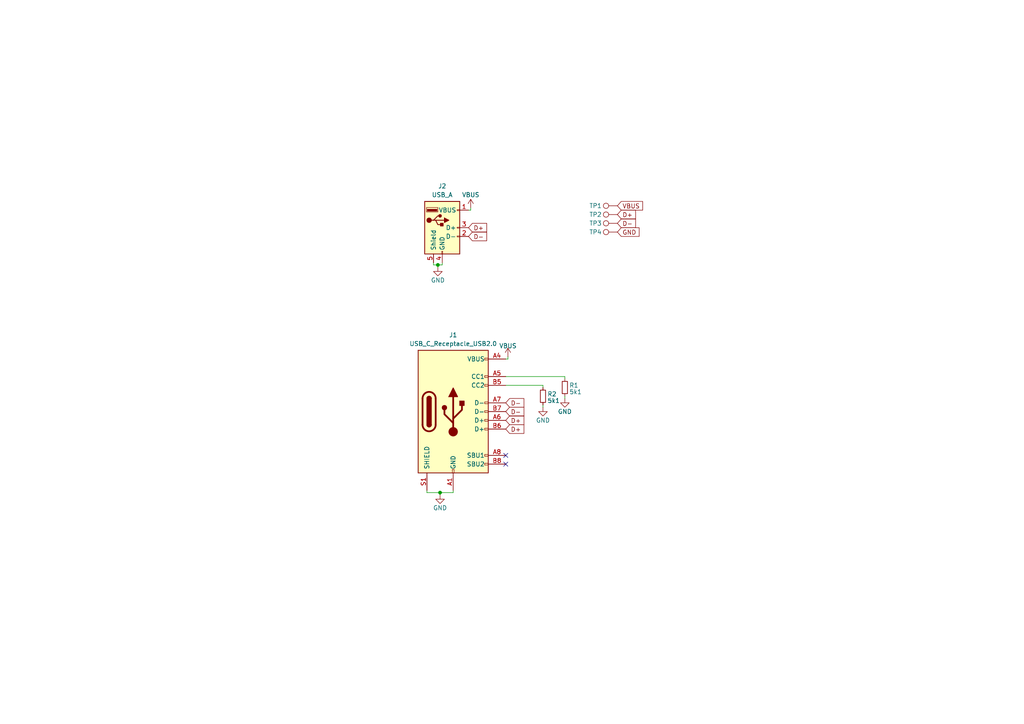
<source format=kicad_sch>
(kicad_sch (version 20231120) (generator "eeschema") (generator_version "8.0")
  (paper "A4")
  (title_block (title "USB-C RTL-SDR mod") (date "2025-01-10") (rev "1.0") (company "Umberto Ragone"))
  (lib_symbols
    (symbol "Connector:TestPoint" (pin_numbers hide) (pin_names (offset 0.762) hide)
      (property "Reference" "TP" (at 0 6.858 0))
      (property "Value" "TestPoint" (at 0 5.08 0))
      (symbol "TestPoint_0_1"
        (circle (center 0 3.302) (radius 0.762))
      )
      (symbol "TestPoint_1_1"
        (pin passive line (at 0 0 90) (length 2.54) (name "1") (number "1"))
      )
    )
    (symbol "Connector:USB_A" (pin_names (offset 1.016))
      (property "Reference" "J" (at -5.08 11.43 0))
      (property "Value" "USB_A" (at -5.08 8.89 0))
      (symbol "USB_A_0_1"
        (rectangle (start -5.08 -7.62) (end 5.08 7.62) (stroke (width 0.254)) (fill (type background)))
        (circle (center -3.81 2.159) (radius 0.635) (stroke (width 0.254)) (fill (type outline)))
        (rectangle (start -1.524 4.826) (end -4.318 5.334) (fill (type outline)))
        (rectangle (start -1.27 4.572) (end -4.572 5.842))
        (circle (center -0.635 3.429) (radius 0.381) (stroke (width 0.254)) (fill (type outline)))
        (rectangle (start -0.127 -7.62) (end 0.127 -6.858))
        (polyline (pts (xy -3.175 2.159) (xy -2.54 2.159) (xy -1.27 3.429) (xy -0.635 3.429)) (stroke (width 0.254)))
        (polyline (pts (xy -2.54 2.159) (xy -1.905 2.159) (xy -1.27 0.889) (xy 0 0.889)) (stroke (width 0.254)))
        (polyline (pts (xy 0.635 2.794) (xy 0.635 1.524) (xy 1.905 2.159) (xy 0.635 2.794)) (stroke (width 0.254)) (fill (type outline)))
        (rectangle (start 0.254 1.27) (end -0.508 0.508) (stroke (width 0.254)) (fill (type outline)))
        (rectangle (start 5.08 -2.667) (end 4.318 -2.413))
        (rectangle (start 5.08 -0.127) (end 4.318 0.127))
        (rectangle (start 5.08 4.953) (end 4.318 5.207))
      )
      (symbol "USB_A_1_1"
        (polyline (pts (xy -1.905 2.159) (xy 0.635 2.159)) (stroke (width 0.254)))
        (pin power_in line (at 7.62 5.08 180) (length 2.54) (name "VBUS") (number "1"))
        (pin bidirectional line (at 7.62 -2.54 180) (length 2.54) (name "D-") (number "2"))
        (pin bidirectional line (at 7.62 0 180) (length 2.54) (name "D+") (number "3"))
        (pin power_in line (at 0 -10.16 90) (length 2.54) (name "GND") (number "4"))
        (pin passive line (at -2.54 -10.16 90) (length 2.54) (name "Shield") (number "5"))
      )
    )
    (symbol "Connector:USB_C_Receptacle_USB2.0" (pin_names (offset 1.016))
      (property "Reference" "J" (at -10.16 19.05 0))
      (property "Value" "USB_C_Receptacle_USB2.0" (at 19.05 19.05 0))
      (symbol "USB_C_Receptacle_USB2.0_0_0"
        (rectangle (start -0.254 -17.78) (end 0.254 -16.764))
        (rectangle (start 10.16 -14.986) (end 9.144 -15.494))
        (rectangle (start 10.16 -12.446) (end 9.144 -12.954))
        (rectangle (start 10.16 -4.826) (end 9.144 -5.334))
        (rectangle (start 10.16 -2.286) (end 9.144 -2.794))
        (rectangle (start 10.16 0.254) (end 9.144 -0.254))
        (rectangle (start 10.16 2.794) (end 9.144 2.286))
        (rectangle (start 10.16 7.874) (end 9.144 7.366))
        (rectangle (start 10.16 10.414) (end 9.144 9.906))
        (rectangle (start 10.16 15.494) (end 9.144 14.986))
      )
      (symbol "USB_C_Receptacle_USB2.0_0_1"
        (rectangle (start -10.16 17.78) (end 10.16 -17.78) (stroke (width 0.254)) (fill (type background)))
        (arc (start -8.89 -3.81) (mid -6.985 -5.7067) (end -5.08 -3.81) (stroke (width 0.508)))
        (arc (start -7.62 -3.81) (mid -6.985 -4.4423) (end -6.35 -3.81) (stroke (width 0.254)))
        (arc (start -7.62 -3.81) (mid -6.985 -4.4423) (end -6.35 -3.81) (stroke (width 0.254)) (fill (type outline)))
        (rectangle (start -7.62 -3.81) (end -6.35 3.81) (stroke (width 0.254)) (fill (type outline)))
        (arc (start -6.35 3.81) (mid -6.985 4.4423) (end -7.62 3.81) (stroke (width 0.254)))
        (arc (start -6.35 3.81) (mid -6.985 4.4423) (end -7.62 3.81) (stroke (width 0.254)) (fill (type outline)))
        (arc (start -5.08 3.81) (mid -6.985 5.7067) (end -8.89 3.81) (stroke (width 0.508)))
        (circle (center -2.54 1.143) (radius 0.635) (stroke (width 0.254)) (fill (type outline)))
        (circle (center 0 -5.842) (radius 1.27) (fill (type outline)))
        (polyline (pts (xy -8.89 -3.81) (xy -8.89 3.81)) (stroke (width 0.508)))
        (polyline (pts (xy -5.08 3.81) (xy -5.08 -3.81)) (stroke (width 0.508)))
        (polyline (pts (xy 0 -5.842) (xy 0 4.318)) (stroke (width 0.508)))
        (polyline (pts (xy 0 -3.302) (xy -2.54 -0.762) (xy -2.54 0.508)) (stroke (width 0.508)))
        (polyline (pts (xy 0 -2.032) (xy 2.54 0.508) (xy 2.54 1.778)) (stroke (width 0.508)))
        (polyline (pts (xy -1.27 4.318) (xy 0 6.858) (xy 1.27 4.318) (xy -1.27 4.318)) (stroke (width 0.254)) (fill (type outline)))
        (rectangle (start 1.905 1.778) (end 3.175 3.048) (stroke (width 0.254)) (fill (type outline)))
      )
      (symbol "USB_C_Receptacle_USB2.0_1_1"
        (pin passive line (at 0 -22.86 90) (length 5.08) (name "GND") (number "A1"))
        (pin passive line (at 0 -22.86 90) (length 5.08) hide (name "GND") (number "A12"))
        (pin passive line (at 15.24 15.24 180) (length 5.08) (name "VBUS") (number "A4"))
        (pin bidirectional line (at 15.24 10.16 180) (length 5.08) (name "CC1") (number "A5"))
        (pin bidirectional line (at 15.24 -2.54 180) (length 5.08) (name "D+") (number "A6"))
        (pin bidirectional line (at 15.24 2.54 180) (length 5.08) (name "D-") (number "A7"))
        (pin bidirectional line (at 15.24 -12.7 180) (length 5.08) (name "SBU1") (number "A8"))
        (pin passive line (at 15.24 15.24 180) (length 5.08) hide (name "VBUS") (number "A9"))
        (pin passive line (at 0 -22.86 90) (length 5.08) hide (name "GND") (number "B1"))
        (pin passive line (at 0 -22.86 90) (length 5.08) hide (name "GND") (number "B12"))
        (pin passive line (at 15.24 15.24 180) (length 5.08) hide (name "VBUS") (number "B4"))
        (pin bidirectional line (at 15.24 7.62 180) (length 5.08) (name "CC2") (number "B5"))
        (pin bidirectional line (at 15.24 -5.08 180) (length 5.08) (name "D+") (number "B6"))
        (pin bidirectional line (at 15.24 0 180) (length 5.08) (name "D-") (number "B7"))
        (pin bidirectional line (at 15.24 -15.24 180) (length 5.08) (name "SBU2") (number "B8"))
        (pin passive line (at 15.24 15.24 180) (length 5.08) hide (name "VBUS") (number "B9"))
        (pin passive line (at -7.62 -22.86 90) (length 5.08) (name "SHIELD") (number "S1"))
      )
    )
    (symbol "Device:R_Small" (pin_numbers hide) (pin_names (offset 0.254) hide)
      (property "Reference" "R" (at 0.762 0.508 0))
      (property "Value" "R_Small" (at 0.762 -1.016 0))
      (symbol "R_Small_0_1"
        (rectangle (start -0.762 1.778) (end 0.762 -1.778) (stroke (width 0.2032)))
      )
      (symbol "R_Small_1_1"
        (pin passive line (at 0 2.54 270) (length 0.762) (name "~") (number "1"))
        (pin passive line (at 0 -2.54 90) (length 0.762) (name "~") (number "2"))
      )
    )
    (symbol "power:GND" (power) (pin_names (offset 0))
      (property "Value" "GND" (at 0 -3.81 0))
      (symbol "GND_0_1"
        (polyline (pts (xy 0 0) (xy 0 -1.27) (xy 1.27 -1.27) (xy 0 -2.54) (xy -1.27 -1.27) (xy 0 -1.27)))
      )
      (symbol "GND_1_1"
        (pin power_in line (at 0 0 270) (length 0) hide (name "GND") (number "1"))
      )
    )
    (symbol "power:VBUS" (power) (pin_names (offset 0))
      (property "Value" "VBUS" (at 0 3.81 0))
      (symbol "VBUS_0_1"
        (polyline (pts (xy -0.762 1.27) (xy 0 2.54)))
        (polyline (pts (xy 0 0) (xy 0 2.54)))
        (polyline (pts (xy 0 2.54) (xy 0.762 1.27)))
      )
      (symbol "VBUS_1_1"
        (pin power_in line (at 0 0 90) (length 0) hide (name "VBUS") (number "1"))
      )
    )
  )
  (junction (at 127.635 142.875))
  (junction (at 127 76.835))
  (no_connect (at 146.685 134.62))
  (no_connect (at 146.685 132.08))
  (wire (pts (xy 123.825 142.875) (xy 127.635 142.875)))
  (wire (pts (xy 123.825 142.875) (xy 123.825 142.24)))
  (wire (pts (xy 157.48 112.395) (xy 157.48 111.76)))
  (wire (pts (xy 125.73 76.835) (xy 127 76.835)))
  (wire (pts (xy 157.48 111.76) (xy 146.685 111.76)))
  (wire (pts (xy 127.635 142.875) (xy 131.445 142.875)))
  (wire (pts (xy 125.73 76.2) (xy 125.73 76.835)))
  (wire (pts (xy 163.83 109.855) (xy 163.83 109.22)))
  (wire (pts (xy 127 76.835) (xy 128.27 76.835)))
  (wire (pts (xy 127 76.835) (xy 127 77.47)))
  (wire (pts (xy 163.83 114.935) (xy 163.83 115.57)))
  (wire (pts (xy 147.32 104.14) (xy 147.32 103.505)))
  (wire (pts (xy 128.27 76.835) (xy 128.27 76.2)))
  (wire (pts (xy 127.635 143.51) (xy 127.635 142.875)))
  (wire (pts (xy 136.525 60.325) (xy 136.525 60.96)))
  (wire (pts (xy 131.445 142.875) (xy 131.445 142.24)))
  (wire (pts (xy 157.48 117.475) (xy 157.48 118.11)))
  (wire (pts (xy 136.525 60.96) (xy 135.89 60.96)))
  (wire (pts (xy 163.83 109.22) (xy 146.685 109.22)))
  (wire (pts (xy 147.32 104.14) (xy 146.685 104.14)))
  (global_label "VBUS" (shape input) (at 179.07 59.69 0) (property "Intersheetrefs" "${INTERSHEET_REFS}" (effects (hide yes))))
  (global_label "D+" (shape input) (at 146.685 121.92 0) (property "Intersheetrefs" "${INTERSHEET_REFS}" (effects (hide yes))))
  (global_label "D-" (shape input) (at 179.07 64.77 0) (property "Intersheetrefs" "${INTERSHEET_REFS}" (effects (hide yes))))
  (global_label "D-" (shape input) (at 135.89 68.58 0) (property "Intersheetrefs" "${INTERSHEET_REFS}" (effects (hide yes))))
  (global_label "D+" (shape input) (at 146.685 124.46 0) (property "Intersheetrefs" "${INTERSHEET_REFS}" (effects (hide yes))))
  (global_label "D-" (shape input) (at 146.685 116.84 0) (property "Intersheetrefs" "${INTERSHEET_REFS}" (effects (hide yes))))
  (global_label "D-" (shape input) (at 146.685 119.38 0) (property "Intersheetrefs" "${INTERSHEET_REFS}" (effects (hide yes))))
  (global_label "D+" (shape input) (at 135.89 66.04 0) (property "Intersheetrefs" "${INTERSHEET_REFS}" (effects (hide yes))))
  (global_label "GND" (shape input) (at 179.07 67.31 0) (property "Intersheetrefs" "${INTERSHEET_REFS}" (effects (hide yes))))
  (global_label "D+" (shape input) (at 179.07 62.23 0) (property "Intersheetrefs" "${INTERSHEET_REFS}" (effects (hide yes))))
  (symbol (lib_id "Device:R_Small") (at 157.48 114.935 180) (unit 1)
    (property "Reference" "R2" (at 158.75 114.3 0) (effects (justify right)))
    (property "Value" "5k1" (at 158.75 116.205 0) (effects (justify right)))
    (property "Footprint" "Resistor_SMD:R_0402_1005Metric" (effects (hide yes)))
  )
  (symbol (lib_id "power:VBUS") (at 147.32 103.505 0) (unit 1)
    (property "Reference" "#PWR04" (effects (hide yes)))
    (property "Value" "VBUS" (at 147.32 100.33 0))
  )
  (symbol (lib_id "Connector:TestPoint") (at 179.07 62.23 90) (unit 1) (on_board no)
    (property "Reference" "TP2" (at 172.72 62.23 90))
    (property "Value" "TestPoint" (effects (hide yes)))
    (property "Footprint" "TestPoint:TestPoint_THTPad_2.0x2.0mm_Drill1.0mm" (effects (hide yes)))
  )
  (symbol (lib_id "Connector:TestPoint") (at 179.07 67.31 90) (unit 1) (on_board no)
    (property "Reference" "TP4" (at 172.72 67.31 90))
    (property "Value" "TestPoint" (effects (hide yes)))
    (property "Footprint" "TestPoint:TestPoint_THTPad_2.0x2.0mm_Drill1.0mm" (effects (hide yes)))
  )
  (symbol (lib_id "Connector:TestPoint") (at 179.07 59.69 90) (unit 1) (on_board no)
    (property "Reference" "TP1" (at 172.72 59.69 90))
    (property "Value" "TestPoint" (effects (hide yes)))
    (property "Footprint" "TestPoint:TestPoint_THTPad_2.0x2.0mm_Drill1.0mm" (effects (hide yes)))
  )
  (symbol (lib_id "power:GND") (at 157.48 118.11 0) (unit 1)
    (property "Reference" "#PWR06" (effects (hide yes)))
    (property "Value" "GND" (at 157.48 121.92 0))
  )
  (symbol (lib_id "Connector:USB_C_Receptacle_USB2.0") (at 131.445 119.38 0) (unit 1)
    (property "Reference" "J1" (at 131.445 97.155 0))
    (property "Value" "USB_C_Receptacle_USB2.0" (at 131.445 99.695 0))
    (property "Footprint" "USB_C:TYPE-C-31-M-12" (effects (hide yes)))
    (property "Datasheet" "https://www.usb.org/sites/default/files/documents/usb_type-c.zip" (effects (hide yes)))
  )
  (symbol (lib_id "Device:R_Small") (at 163.83 112.395 180) (unit 1)
    (property "Reference" "R1" (at 165.1 111.76 0) (effects (justify right)))
    (property "Value" "5k1" (at 165.1 113.665 0) (effects (justify right)))
    (property "Footprint" "Resistor_SMD:R_0402_1005Metric" (effects (hide yes)))
  )
  (symbol (lib_id "power:GND") (at 127.635 143.51 0) (unit 1)
    (property "Reference" "#PWR01" (effects (hide yes)))
    (property "Value" "GND" (at 127.635 147.32 0))
  )
  (symbol (lib_id "power:GND") (at 163.83 115.57 0) (unit 1)
    (property "Reference" "#PWR05" (effects (hide yes)))
    (property "Value" "GND" (at 163.83 119.38 0))
  )
  (symbol (lib_id "Connector:USB_A") (at 128.27 66.04 0) (unit 1)
    (property "Reference" "J2" (at 128.27 53.975 0))
    (property "Value" "USB_A" (at 128.27 56.515 0))
    (property "Footprint" "Connector_USB:USB_A_CONNFLY_DS1095-WNR0" (effects (hide yes)))
    (property "Datasheet" " ~" (effects (hide yes)))
  )
  (symbol (lib_id "power:GND") (at 127 77.47 0) (unit 1)
    (property "Reference" "#PWR02" (effects (hide yes)))
    (property "Value" "GND" (at 127 81.28 0))
  )
  (symbol (lib_id "Connector:TestPoint") (at 179.07 64.77 90) (unit 1) (on_board no)
    (property "Reference" "TP3" (at 172.72 64.77 90))
    (property "Value" "TestPoint" (effects (hide yes)))
    (property "Footprint" "TestPoint:TestPoint_THTPad_2.0x2.0mm_Drill1.0mm" (effects (hide yes)))
  )
  (symbol (lib_id "power:VBUS") (at 136.525 60.325 0) (unit 1)
    (property "Reference" "#PWR03" (effects (hide yes)))
    (property "Value" "VBUS" (at 136.525 56.515 0))
  )
)
</source>
